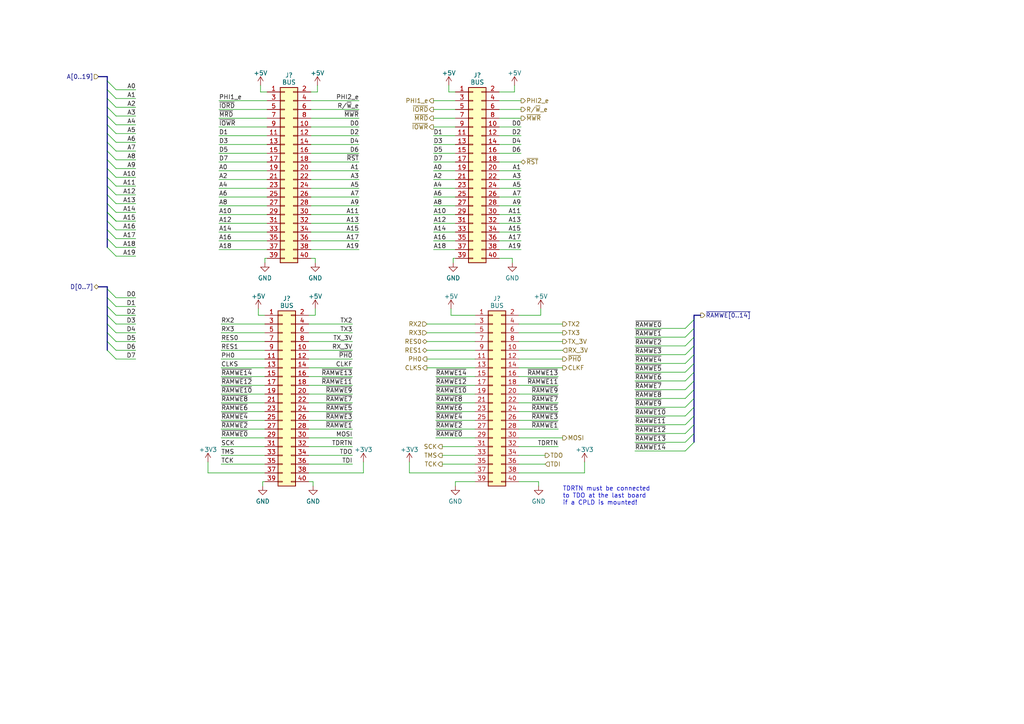
<source format=kicad_sch>
(kicad_sch (version 20230121) (generator eeschema)
  (paper "A4")
  (title_block (title "Unicomp v2 - RAMROM Board") (date "2023-07-06") (rev "v1") (company "100% Offner") (comment 1 "v1: Initial"))
  (lib_symbols
    (symbol "Connector_Generic:Conn_02x20_Odd_Even" (pin_names (offset 1.016) hide)
      (property "Reference" "J" (at 1.27 25.4 0))
      (property "Value" "Conn_02x20_Odd_Even" (at 1.27 -27.94 0))
      (symbol "Conn_02x20_Odd_Even_1_1"
        (rectangle (start -1.27 -25.273) (end 0 -25.527) (stroke (width 0.1524)))
        (rectangle (start -1.27 -22.733) (end 0 -22.987) (stroke (width 0.1524)))
        (rectangle (start -1.27 -20.193) (end 0 -20.447) (stroke (width 0.1524)))
        (rectangle (start -1.27 -17.653) (end 0 -17.907) (stroke (width 0.1524)))
        (rectangle (start -1.27 -15.113) (end 0 -15.367) (stroke (width 0.1524)))
        (rectangle (start -1.27 -12.573) (end 0 -12.827) (stroke (width 0.1524)))
        (rectangle (start -1.27 -10.033) (end 0 -10.287) (stroke (width 0.1524)))
        (rectangle (start -1.27 -7.493) (end 0 -7.747) (stroke (width 0.1524)))
        (rectangle (start -1.27 -4.953) (end 0 -5.207) (stroke (width 0.1524)))
        (rectangle (start -1.27 -2.413) (end 0 -2.667) (stroke (width 0.1524)))
        (rectangle (start -1.27 0.127) (end 0 -0.127) (stroke (width 0.1524)))
        (rectangle (start -1.27 2.667) (end 0 2.413) (stroke (width 0.1524)))
        (rectangle (start -1.27 5.207) (end 0 4.953) (stroke (width 0.1524)))
        (rectangle (start -1.27 7.747) (end 0 7.493) (stroke (width 0.1524)))
        (rectangle (start -1.27 10.287) (end 0 10.033) (stroke (width 0.1524)))
        (rectangle (start -1.27 12.827) (end 0 12.573) (stroke (width 0.1524)))
        (rectangle (start -1.27 15.367) (end 0 15.113) (stroke (width 0.1524)))
        (rectangle (start -1.27 17.907) (end 0 17.653) (stroke (width 0.1524)))
        (rectangle (start -1.27 20.447) (end 0 20.193) (stroke (width 0.1524)))
        (rectangle (start -1.27 22.987) (end 0 22.733) (stroke (width 0.1524)))
        (rectangle (start -1.27 24.13) (end 3.81 -26.67) (stroke (width 0.254)) (fill (type background)))
        (rectangle (start 3.81 -25.273) (end 2.54 -25.527) (stroke (width 0.1524)))
        (rectangle (start 3.81 -22.733) (end 2.54 -22.987) (stroke (width 0.1524)))
        (rectangle (start 3.81 -20.193) (end 2.54 -20.447) (stroke (width 0.1524)))
        (rectangle (start 3.81 -17.653) (end 2.54 -17.907) (stroke (width 0.1524)))
        (rectangle (start 3.81 -15.113) (end 2.54 -15.367) (stroke (width 0.1524)))
        (rectangle (start 3.81 -12.573) (end 2.54 -12.827) (stroke (width 0.1524)))
        (rectangle (start 3.81 -10.033) (end 2.54 -10.287) (stroke (width 0.1524)))
        (rectangle (start 3.81 -7.493) (end 2.54 -7.747) (stroke (width 0.1524)))
        (rectangle (start 3.81 -4.953) (end 2.54 -5.207) (stroke (width 0.1524)))
        (rectangle (start 3.81 -2.413) (end 2.54 -2.667) (stroke (width 0.1524)))
        (rectangle (start 3.81 0.127) (end 2.54 -0.127) (stroke (width 0.1524)))
        (rectangle (start 3.81 2.667) (end 2.54 2.413) (stroke (width 0.1524)))
        (rectangle (start 3.81 5.207) (end 2.54 4.953) (stroke (width 0.1524)))
        (rectangle (start 3.81 7.747) (end 2.54 7.493) (stroke (width 0.1524)))
        (rectangle (start 3.81 10.287) (end 2.54 10.033) (stroke (width 0.1524)))
        (rectangle (start 3.81 12.827) (end 2.54 12.573) (stroke (width 0.1524)))
        (rectangle (start 3.81 15.367) (end 2.54 15.113) (stroke (width 0.1524)))
        (rectangle (start 3.81 17.907) (end 2.54 17.653) (stroke (width 0.1524)))
        (rectangle (start 3.81 20.447) (end 2.54 20.193) (stroke (width 0.1524)))
        (rectangle (start 3.81 22.987) (end 2.54 22.733) (stroke (width 0.1524)))
        (pin passive line (at -5.08 22.86 0) (length 3.81) (name "Pin_1") (number "1"))
        (pin passive line (at 7.62 12.7 180) (length 3.81) (name "Pin_10") (number "10"))
        (pin passive line (at -5.08 10.16 0) (length 3.81) (name "Pin_11") (number "11"))
        (pin passive line (at 7.62 10.16 180) (length 3.81) (name "Pin_12") (number "12"))
        (pin passive line (at -5.08 7.62 0) (length 3.81) (name "Pin_13") (number "13"))
        (pin passive line (at 7.62 7.62 180) (length 3.81) (name "Pin_14") (number "14"))
        (pin passive line (at -5.08 5.08 0) (length 3.81) (name "Pin_15") (number "15"))
        (pin passive line (at 7.62 5.08 180) (length 3.81) (name "Pin_16") (number "16"))
        (pin passive line (at -5.08 2.54 0) (length 3.81) (name "Pin_17") (number "17"))
        (pin passive line (at 7.62 2.54 180) (length 3.81) (name "Pin_18") (number "18"))
        (pin passive line (at -5.08 0 0) (length 3.81) (name "Pin_19") (number "19"))
        (pin passive line (at 7.62 22.86 180) (length 3.81) (name "Pin_2") (number "2"))
        (pin passive line (at 7.62 0 180) (length 3.81) (name "Pin_20") (number "20"))
        (pin passive line (at -5.08 -2.54 0) (length 3.81) (name "Pin_21") (number "21"))
        (pin passive line (at 7.62 -2.54 180) (length 3.81) (name "Pin_22") (number "22"))
        (pin passive line (at -5.08 -5.08 0) (length 3.81) (name "Pin_23") (number "23"))
        (pin passive line (at 7.62 -5.08 180) (length 3.81) (name "Pin_24") (number "24"))
        (pin passive line (at -5.08 -7.62 0) (length 3.81) (name "Pin_25") (number "25"))
        (pin passive line (at 7.62 -7.62 180) (length 3.81) (name "Pin_26") (number "26"))
        (pin passive line (at -5.08 -10.16 0) (length 3.81) (name "Pin_27") (number "27"))
        (pin passive line (at 7.62 -10.16 180) (length 3.81) (name "Pin_28") (number "28"))
        (pin passive line (at -5.08 -12.7 0) (length 3.81) (name "Pin_29") (number "29"))
        (pin passive line (at -5.08 20.32 0) (length 3.81) (name "Pin_3") (number "3"))
        (pin passive line (at 7.62 -12.7 180) (length 3.81) (name "Pin_30") (number "30"))
        (pin passive line (at -5.08 -15.24 0) (length 3.81) (name "Pin_31") (number "31"))
        (pin passive line (at 7.62 -15.24 180) (length 3.81) (name "Pin_32") (number "32"))
        (pin passive line (at -5.08 -17.78 0) (length 3.81) (name "Pin_33") (number "33"))
        (pin passive line (at 7.62 -17.78 180) (length 3.81) (name "Pin_34") (number "34"))
        (pin passive line (at -5.08 -20.32 0) (length 3.81) (name "Pin_35") (number "35"))
        (pin passive line (at 7.62 -20.32 180) (length 3.81) (name "Pin_36") (number "36"))
        (pin passive line (at -5.08 -22.86 0) (length 3.81) (name "Pin_37") (number "37"))
        (pin passive line (at 7.62 -22.86 180) (length 3.81) (name "Pin_38") (number "38"))
        (pin passive line (at -5.08 -25.4 0) (length 3.81) (name "Pin_39") (number "39"))
        (pin passive line (at 7.62 20.32 180) (length 3.81) (name "Pin_4") (number "4"))
        (pin passive line (at 7.62 -25.4 180) (length 3.81) (name "Pin_40") (number "40"))
        (pin passive line (at -5.08 17.78 0) (length 3.81) (name "Pin_5") (number "5"))
        (pin passive line (at 7.62 17.78 180) (length 3.81) (name "Pin_6") (number "6"))
        (pin passive line (at -5.08 15.24 0) (length 3.81) (name "Pin_7") (number "7"))
        (pin passive line (at 7.62 15.24 180) (length 3.81) (name "Pin_8") (number "8"))
        (pin passive line (at -5.08 12.7 0) (length 3.81) (name "Pin_9") (number "9"))
      )
    )
    (symbol "power:+3V3" (power) (pin_names (offset 0))
      (property "Value" "+3V3" (at 0 3.556 0))
      (symbol "+3V3_0_1"
        (polyline (pts (xy -0.762 1.27) (xy 0 2.54)))
        (polyline (pts (xy 0 0) (xy 0 2.54)))
        (polyline (pts (xy 0 2.54) (xy 0.762 1.27)))
      )
      (symbol "+3V3_1_1"
        (pin power_in line (at 0 0 90) (length 0) hide (name "+3V3") (number "1"))
      )
    )
    (symbol "power:+5V" (power) (pin_names (offset 0))
      (property "Value" "+5V" (at 0 3.556 0))
      (symbol "+5V_0_1"
        (polyline (pts (xy -0.762 1.27) (xy 0 2.54)))
        (polyline (pts (xy 0 0) (xy 0 2.54)))
        (polyline (pts (xy 0 2.54) (xy 0.762 1.27)))
      )
      (symbol "+5V_1_1"
        (pin power_in line (at 0 0 90) (length 0) hide (name "+5V") (number "1"))
      )
    )
    (symbol "power:GND" (power) (pin_names (offset 0))
      (property "Value" "GND" (at 0 -3.81 0))
      (symbol "GND_0_1"
        (polyline (pts (xy 0 0) (xy 0 -1.27) (xy 1.27 -1.27) (xy 0 -2.54) (xy -1.27 -1.27) (xy 0 -1.27)))
      )
      (symbol "GND_1_1"
        (pin power_in line (at 0 0 270) (length 0) hide (name "GND") (number "1"))
      )
    )
  )
  (bus_entry (at 201.295 105.41) (size -2.54 2.54))
  (bus_entry (at 201.295 128.27) (size -2.54 2.54))
  (bus_entry (at 201.295 102.87) (size -2.54 2.54))
  (bus_entry (at 31.115 56.515) (size 2.54 2.54))
  (bus_entry (at 31.115 48.895) (size 2.54 2.54))
  (bus_entry (at 31.115 33.655) (size 2.54 2.54))
  (bus_entry (at 31.115 61.595) (size 2.54 2.54))
  (bus_entry (at 31.115 71.755) (size 2.54 2.54))
  (bus_entry (at 201.295 110.49) (size -2.54 2.54))
  (bus_entry (at 31.115 91.44) (size 2.54 2.54))
  (bus_entry (at 31.115 83.82) (size 2.54 2.54))
  (bus_entry (at 31.115 99.06) (size 2.54 2.54))
  (bus_entry (at 201.295 125.73) (size -2.54 2.54))
  (bus_entry (at 201.295 113.03) (size -2.54 2.54))
  (bus_entry (at 31.115 36.195) (size 2.54 2.54))
  (bus_entry (at 31.115 23.495) (size 2.54 2.54))
  (bus_entry (at 201.295 120.65) (size -2.54 2.54))
  (bus_entry (at 31.115 66.675) (size 2.54 2.54))
  (bus_entry (at 31.115 53.975) (size 2.54 2.54))
  (bus_entry (at 31.115 43.815) (size 2.54 2.54))
  (bus_entry (at 201.295 107.95) (size -2.54 2.54))
  (bus_entry (at 31.115 86.36) (size 2.54 2.54))
  (bus_entry (at 31.115 41.275) (size 2.54 2.54))
  (bus_entry (at 31.115 46.355) (size 2.54 2.54))
  (bus_entry (at 31.115 38.735) (size 2.54 2.54))
  (bus_entry (at 201.295 118.11) (size -2.54 2.54))
  (bus_entry (at 31.115 31.115) (size 2.54 2.54))
  (bus_entry (at 31.115 28.575) (size 2.54 2.54))
  (bus_entry (at 201.295 123.19) (size -2.54 2.54))
  (bus_entry (at 201.295 100.33) (size -2.54 2.54))
  (bus_entry (at 31.115 96.52) (size 2.54 2.54))
  (bus_entry (at 201.295 115.57) (size -2.54 2.54))
  (bus_entry (at 31.115 26.035) (size 2.54 2.54))
  (bus_entry (at 31.115 88.9) (size 2.54 2.54))
  (bus_entry (at 31.115 51.435) (size 2.54 2.54))
  (bus_entry (at 201.295 97.79) (size -2.54 2.54))
  (bus_entry (at 201.295 95.25) (size -2.54 2.54))
  (bus_entry (at 31.115 61.595) (size 2.54 2.54))
  (bus_entry (at 31.115 69.215) (size 2.54 2.54))
  (bus_entry (at 31.115 59.055) (size 2.54 2.54))
  (bus_entry (at 201.295 92.71) (size -2.54 2.54))
  (bus_entry (at 31.115 93.98) (size 2.54 2.54))
  (bus_entry (at 31.115 64.135) (size 2.54 2.54))
  (bus_entry (at 31.115 101.6) (size 2.54 2.54))
  (wire (pts (xy 39.37 91.44) (xy 33.655 91.44)))
  (wire (pts (xy 125.73 41.91) (xy 132.08 41.91)))
  (bus (pts (xy 31.115 91.44) (xy 31.115 88.9)))
  (bus (pts (xy 31.115 31.115) (xy 31.115 28.575)))
  (wire (pts (xy 91.44 74.93) (xy 90.17 74.93)))
  (wire (pts (xy 184.15 105.41) (xy 198.755 105.41)))
  (bus (pts (xy 201.295 102.87) (xy 201.295 105.41)))
  (wire (pts (xy 150.495 116.84) (xy 161.925 116.84)))
  (wire (pts (xy 125.73 44.45) (xy 132.08 44.45)))
  (wire (pts (xy 63.5 29.21) (xy 77.47 29.21)))
  (wire (pts (xy 144.78 57.15) (xy 151.13 57.15)))
  (wire (pts (xy 91.44 89.535) (xy 91.44 91.44)))
  (wire (pts (xy 156.21 139.7) (xy 150.495 139.7)))
  (wire (pts (xy 39.37 104.14) (xy 33.655 104.14)))
  (wire (pts (xy 89.535 99.06) (xy 102.235 99.06)))
  (wire (pts (xy 169.545 133.985) (xy 169.545 137.16)))
  (wire (pts (xy 125.73 39.37) (xy 132.08 39.37)))
  (wire (pts (xy 63.5 64.77) (xy 77.47 64.77)))
  (wire (pts (xy 130.81 89.535) (xy 130.81 91.44)))
  (wire (pts (xy 64.135 134.62) (xy 76.835 134.62)))
  (wire (pts (xy 144.78 64.77) (xy 151.13 64.77)))
  (wire (pts (xy 144.78 69.85) (xy 151.13 69.85)))
  (wire (pts (xy 64.135 121.92) (xy 76.835 121.92)))
  (wire (pts (xy 150.495 129.54) (xy 161.925 129.54)))
  (wire (pts (xy 131.445 74.93) (xy 132.08 74.93)))
  (wire (pts (xy 126.365 111.76) (xy 137.795 111.76)))
  (wire (pts (xy 90.17 64.77) (xy 104.14 64.77)))
  (wire (pts (xy 149.225 26.67) (xy 144.78 26.67)))
  (wire (pts (xy 39.37 69.215) (xy 33.655 69.215)))
  (wire (pts (xy 91.44 76.2) (xy 91.44 74.93)))
  (wire (pts (xy 150.495 99.06) (xy 163.195 99.06)))
  (wire (pts (xy 90.17 59.69) (xy 104.14 59.69)))
  (wire (pts (xy 126.365 127) (xy 137.795 127)))
  (wire (pts (xy 184.15 97.79) (xy 198.755 97.79)))
  (wire (pts (xy 130.81 91.44) (xy 137.795 91.44)))
  (bus (pts (xy 201.295 91.44) (xy 201.295 92.71)))
  (wire (pts (xy 63.5 36.83) (xy 77.47 36.83)))
  (wire (pts (xy 63.5 39.37) (xy 77.47 39.37)))
  (wire (pts (xy 184.15 102.87) (xy 198.755 102.87)))
  (wire (pts (xy 89.535 116.84) (xy 102.235 116.84)))
  (wire (pts (xy 156.845 89.535) (xy 156.845 91.44)))
  (wire (pts (xy 125.73 69.85) (xy 132.08 69.85)))
  (wire (pts (xy 60.325 137.16) (xy 76.835 137.16)))
  (bus (pts (xy 201.295 95.25) (xy 201.295 97.79)))
  (wire (pts (xy 148.59 76.2) (xy 148.59 74.93)))
  (wire (pts (xy 150.495 127) (xy 163.195 127)))
  (bus (pts (xy 31.115 99.06) (xy 31.115 96.52)))
  (bus (pts (xy 31.115 88.9) (xy 31.115 86.36)))
  (wire (pts (xy 125.73 46.99) (xy 132.08 46.99)))
  (wire (pts (xy 75.565 24.765) (xy 75.565 26.67)))
  (wire (pts (xy 125.73 31.75) (xy 132.08 31.75)))
  (wire (pts (xy 39.37 36.195) (xy 33.655 36.195)))
  (wire (pts (xy 39.37 56.515) (xy 33.655 56.515)))
  (wire (pts (xy 74.93 91.44) (xy 76.835 91.44)))
  (bus (pts (xy 31.115 64.135) (xy 31.115 61.595)))
  (wire (pts (xy 39.37 61.595) (xy 33.655 61.595)))
  (wire (pts (xy 64.135 99.06) (xy 76.835 99.06)))
  (wire (pts (xy 149.225 24.765) (xy 149.225 26.67)))
  (wire (pts (xy 125.73 57.15) (xy 132.08 57.15)))
  (wire (pts (xy 39.37 51.435) (xy 33.655 51.435)))
  (wire (pts (xy 90.17 36.83) (xy 104.14 36.83)))
  (bus (pts (xy 201.295 123.19) (xy 201.295 125.73)))
  (wire (pts (xy 76.835 74.93) (xy 77.47 74.93)))
  (wire (pts (xy 39.37 48.895) (xy 33.655 48.895)))
  (bus (pts (xy 31.115 43.815) (xy 31.115 41.275)))
  (wire (pts (xy 92.075 24.765) (xy 92.075 26.67)))
  (wire (pts (xy 90.17 31.75) (xy 104.14 31.75)))
  (wire (pts (xy 64.135 124.46) (xy 76.835 124.46)))
  (bus (pts (xy 31.115 86.36) (xy 31.115 83.82)))
  (wire (pts (xy 64.135 106.68) (xy 76.835 106.68)))
  (wire (pts (xy 39.37 88.9) (xy 33.655 88.9)))
  (wire (pts (xy 64.135 101.6) (xy 76.835 101.6)))
  (wire (pts (xy 64.135 114.3) (xy 76.835 114.3)))
  (bus (pts (xy 31.115 69.215) (xy 31.115 66.675)))
  (wire (pts (xy 39.37 46.355) (xy 33.655 46.355)))
  (wire (pts (xy 125.73 59.69) (xy 132.08 59.69)))
  (wire (pts (xy 39.37 96.52) (xy 33.655 96.52)))
  (wire (pts (xy 64.135 129.54) (xy 76.835 129.54)))
  (wire (pts (xy 39.37 38.735) (xy 33.655 38.735)))
  (wire (pts (xy 125.73 36.83) (xy 132.08 36.83)))
  (wire (pts (xy 125.73 52.07) (xy 132.08 52.07)))
  (wire (pts (xy 39.37 33.655) (xy 33.655 33.655)))
  (wire (pts (xy 63.5 31.75) (xy 77.47 31.75)))
  (wire (pts (xy 126.365 116.84) (xy 137.795 116.84)))
  (wire (pts (xy 150.495 124.46) (xy 161.925 124.46)))
  (wire (pts (xy 184.15 123.19) (xy 198.755 123.19)))
  (wire (pts (xy 130.175 26.67) (xy 132.08 26.67)))
  (wire (pts (xy 150.495 101.6) (xy 163.195 101.6)))
  (bus (pts (xy 201.295 107.95) (xy 201.295 110.49)))
  (wire (pts (xy 184.15 107.95) (xy 198.755 107.95)))
  (bus (pts (xy 31.115 38.735) (xy 31.115 36.195)))
  (wire (pts (xy 63.5 52.07) (xy 77.47 52.07)))
  (wire (pts (xy 89.535 134.62) (xy 102.235 134.62)))
  (bus (pts (xy 31.115 93.98) (xy 31.115 91.44)))
  (wire (pts (xy 39.37 43.815) (xy 33.655 43.815)))
  (wire (pts (xy 156.845 91.44) (xy 150.495 91.44)))
  (wire (pts (xy 126.365 114.3) (xy 137.795 114.3)))
  (wire (pts (xy 123.825 106.68) (xy 137.795 106.68)))
  (wire (pts (xy 76.835 76.2) (xy 76.835 74.93)))
  (wire (pts (xy 63.5 72.39) (xy 77.47 72.39)))
  (wire (pts (xy 150.495 109.22) (xy 161.925 109.22)))
  (wire (pts (xy 90.17 69.85) (xy 104.14 69.85)))
  (wire (pts (xy 184.15 100.33) (xy 198.755 100.33)))
  (wire (pts (xy 63.5 62.23) (xy 77.47 62.23)))
  (wire (pts (xy 126.365 119.38) (xy 137.795 119.38)))
  (wire (pts (xy 63.5 59.69) (xy 77.47 59.69)))
  (wire (pts (xy 128.27 132.08) (xy 137.795 132.08)))
  (wire (pts (xy 90.17 57.15) (xy 104.14 57.15)))
  (wire (pts (xy 91.44 91.44) (xy 89.535 91.44)))
  (wire (pts (xy 125.73 62.23) (xy 132.08 62.23)))
  (bus (pts (xy 31.115 51.435) (xy 31.115 48.895)))
  (bus (pts (xy 31.115 53.975) (xy 31.115 51.435)))
  (wire (pts (xy 39.37 64.135) (xy 33.655 64.135)))
  (bus (pts (xy 203.2 91.44) (xy 201.295 91.44)))
  (wire (pts (xy 184.15 95.25) (xy 198.755 95.25)))
  (wire (pts (xy 144.78 62.23) (xy 151.13 62.23)))
  (wire (pts (xy 125.73 34.29) (xy 132.08 34.29)))
  (bus (pts (xy 31.115 71.755) (xy 31.115 69.215)))
  (wire (pts (xy 144.78 67.31) (xy 151.13 67.31)))
  (wire (pts (xy 150.495 132.08) (xy 158.115 132.08)))
  (wire (pts (xy 118.745 137.16) (xy 137.795 137.16)))
  (wire (pts (xy 150.495 96.52) (xy 163.195 96.52)))
  (wire (pts (xy 63.5 54.61) (xy 77.47 54.61)))
  (bus (pts (xy 31.115 48.895) (xy 31.115 46.355)))
  (wire (pts (xy 76.2 140.97) (xy 76.2 139.7)))
  (wire (pts (xy 156.21 140.97) (xy 156.21 139.7)))
  (wire (pts (xy 39.37 99.06) (xy 33.655 99.06)))
  (wire (pts (xy 90.805 140.97) (xy 90.805 139.7)))
  (bus (pts (xy 31.115 28.575) (xy 31.115 26.035)))
  (wire (pts (xy 125.73 67.31) (xy 132.08 67.31)))
  (wire (pts (xy 144.78 49.53) (xy 151.13 49.53)))
  (wire (pts (xy 39.37 86.36) (xy 33.655 86.36)))
  (bus (pts (xy 31.115 83.185) (xy 28.575 83.185)))
  (wire (pts (xy 126.365 121.92) (xy 137.795 121.92)))
  (wire (pts (xy 63.5 34.29) (xy 77.47 34.29)))
  (wire (pts (xy 144.78 34.29) (xy 151.13 34.29)))
  (wire (pts (xy 128.27 134.62) (xy 137.795 134.62)))
  (wire (pts (xy 184.15 118.11) (xy 198.755 118.11)))
  (wire (pts (xy 63.5 46.99) (xy 77.47 46.99)))
  (wire (pts (xy 89.535 106.68) (xy 102.235 106.68)))
  (wire (pts (xy 144.78 29.21) (xy 151.13 29.21)))
  (wire (pts (xy 75.565 26.67) (xy 77.47 26.67)))
  (wire (pts (xy 89.535 114.3) (xy 102.235 114.3)))
  (wire (pts (xy 184.15 125.73) (xy 198.755 125.73)))
  (wire (pts (xy 131.445 76.2) (xy 131.445 74.93)))
  (wire (pts (xy 125.73 72.39) (xy 132.08 72.39)))
  (wire (pts (xy 74.93 89.535) (xy 74.93 91.44)))
  (wire (pts (xy 64.135 109.22) (xy 76.835 109.22)))
  (wire (pts (xy 39.37 74.295) (xy 33.655 74.295)))
  (wire (pts (xy 89.535 104.14) (xy 102.235 104.14)))
  (wire (pts (xy 184.15 128.27) (xy 198.755 128.27)))
  (wire (pts (xy 90.17 44.45) (xy 104.14 44.45)))
  (bus (pts (xy 201.295 118.11) (xy 201.295 120.65)))
  (wire (pts (xy 64.135 111.76) (xy 76.835 111.76)))
  (wire (pts (xy 144.78 54.61) (xy 151.13 54.61)))
  (bus (pts (xy 201.295 110.49) (xy 201.295 113.03)))
  (wire (pts (xy 123.825 101.6) (xy 137.795 101.6)))
  (bus (pts (xy 31.115 56.515) (xy 31.115 53.975)))
  (bus (pts (xy 201.295 100.33) (xy 201.295 102.87)))
  (wire (pts (xy 150.495 93.98) (xy 163.195 93.98)))
  (wire (pts (xy 63.5 69.85) (xy 77.47 69.85)))
  (wire (pts (xy 64.135 93.98) (xy 76.835 93.98)))
  (wire (pts (xy 39.37 31.115) (xy 33.655 31.115)))
  (wire (pts (xy 184.15 130.81) (xy 198.755 130.81)))
  (wire (pts (xy 90.17 62.23) (xy 104.14 62.23)))
  (wire (pts (xy 123.825 96.52) (xy 137.795 96.52)))
  (wire (pts (xy 126.365 124.46) (xy 137.795 124.46)))
  (wire (pts (xy 90.17 49.53) (xy 104.14 49.53)))
  (bus (pts (xy 31.115 46.355) (xy 31.115 43.815)))
  (wire (pts (xy 64.135 96.52) (xy 76.835 96.52)))
  (wire (pts (xy 123.825 104.14) (xy 137.795 104.14)))
  (wire (pts (xy 89.535 127) (xy 102.235 127)))
  (wire (pts (xy 92.075 26.67) (xy 90.17 26.67)))
  (wire (pts (xy 76.2 139.7) (xy 76.835 139.7)))
  (wire (pts (xy 123.825 99.06) (xy 137.795 99.06)))
  (wire (pts (xy 144.78 44.45) (xy 151.13 44.45)))
  (wire (pts (xy 144.78 59.69) (xy 151.13 59.69)))
  (wire (pts (xy 125.73 54.61) (xy 132.08 54.61)))
  (wire (pts (xy 128.27 129.54) (xy 137.795 129.54)))
  (wire (pts (xy 63.5 67.31) (xy 77.47 67.31)))
  (wire (pts (xy 184.15 113.03) (xy 198.755 113.03)))
  (wire (pts (xy 89.535 119.38) (xy 102.235 119.38)))
  (wire (pts (xy 63.5 41.91) (xy 77.47 41.91)))
  (wire (pts (xy 39.37 59.055) (xy 33.655 59.055)))
  (wire (pts (xy 63.5 44.45) (xy 77.47 44.45)))
  (wire (pts (xy 60.325 133.985) (xy 60.325 137.16)))
  (wire (pts (xy 150.495 119.38) (xy 161.925 119.38)))
  (wire (pts (xy 64.135 116.84) (xy 76.835 116.84)))
  (wire (pts (xy 89.535 129.54) (xy 102.235 129.54)))
  (wire (pts (xy 39.37 93.98) (xy 33.655 93.98)))
  (wire (pts (xy 64.135 127) (xy 76.835 127)))
  (wire (pts (xy 39.37 101.6) (xy 33.655 101.6)))
  (wire (pts (xy 64.135 119.38) (xy 76.835 119.38)))
  (wire (pts (xy 144.78 31.75) (xy 151.13 31.75)))
  (bus (pts (xy 201.295 113.03) (xy 201.295 115.57)))
  (bus (pts (xy 31.115 36.195) (xy 31.115 33.655)))
  (wire (pts (xy 150.495 111.76) (xy 161.925 111.76)))
  (wire (pts (xy 90.17 41.91) (xy 104.14 41.91)))
  (wire (pts (xy 150.495 137.16) (xy 169.545 137.16)))
  (wire (pts (xy 63.5 57.15) (xy 77.47 57.15)))
  (wire (pts (xy 148.59 74.93) (xy 144.78 74.93)))
  (wire (pts (xy 90.17 39.37) (xy 104.14 39.37)))
  (wire (pts (xy 118.745 133.985) (xy 118.745 137.16)))
  (wire (pts (xy 90.17 34.29) (xy 104.14 34.29)))
  (wire (pts (xy 39.37 41.275) (xy 33.655 41.275)))
  (wire (pts (xy 132.08 139.7) (xy 137.795 139.7)))
  (wire (pts (xy 125.73 64.77) (xy 132.08 64.77)))
  (wire (pts (xy 39.37 28.575) (xy 33.655 28.575)))
  (wire (pts (xy 89.535 93.98) (xy 102.235 93.98)))
  (wire (pts (xy 144.78 41.91) (xy 151.13 41.91)))
  (wire (pts (xy 144.78 46.99) (xy 151.13 46.99)))
  (bus (pts (xy 201.295 92.71) (xy 201.295 95.25)))
  (bus (pts (xy 31.115 59.055) (xy 31.115 56.515)))
  (wire (pts (xy 89.535 101.6) (xy 102.235 101.6)))
  (wire (pts (xy 89.535 124.46) (xy 102.235 124.46)))
  (bus (pts (xy 31.115 41.275) (xy 31.115 38.735)))
  (wire (pts (xy 89.535 109.22) (xy 102.235 109.22)))
  (wire (pts (xy 150.495 104.14) (xy 163.195 104.14)))
  (wire (pts (xy 125.73 29.21) (xy 132.08 29.21)))
  (wire (pts (xy 184.15 110.49) (xy 198.755 110.49)))
  (bus (pts (xy 31.115 26.035) (xy 31.115 23.495)))
  (wire (pts (xy 184.15 120.65) (xy 198.755 120.65)))
  (wire (pts (xy 64.135 132.08) (xy 76.835 132.08)))
  (bus (pts (xy 31.115 61.595) (xy 31.115 59.055)))
  (bus (pts (xy 201.295 125.73) (xy 201.295 128.27)))
  (wire (pts (xy 39.37 71.755) (xy 33.655 71.755)))
  (wire (pts (xy 89.535 111.76) (xy 102.235 111.76)))
  (wire (pts (xy 39.37 66.675) (xy 33.655 66.675)))
  (bus (pts (xy 31.115 23.495) (xy 31.115 22.225)))
  (wire (pts (xy 130.175 24.765) (xy 130.175 26.67)))
  (wire (pts (xy 89.535 121.92) (xy 102.235 121.92)))
  (wire (pts (xy 89.535 137.16) (xy 105.41 137.16)))
  (bus (pts (xy 31.115 96.52) (xy 31.115 93.98)))
  (wire (pts (xy 90.17 67.31) (xy 104.14 67.31)))
  (wire (pts (xy 63.5 49.53) (xy 77.47 49.53)))
  (wire (pts (xy 90.17 29.21) (xy 104.14 29.21)))
  (bus (pts (xy 201.295 115.57) (xy 201.295 118.11)))
  (wire (pts (xy 90.17 52.07) (xy 104.14 52.07)))
  (wire (pts (xy 90.17 54.61) (xy 104.14 54.61)))
  (wire (pts (xy 125.73 49.53) (xy 132.08 49.53)))
  (wire (pts (xy 39.37 26.035) (xy 33.655 26.035)))
  (bus (pts (xy 31.115 83.82) (xy 31.115 83.185)))
  (wire (pts (xy 144.78 72.39) (xy 151.13 72.39)))
  (bus (pts (xy 31.115 101.6) (xy 31.115 99.06)))
  (wire (pts (xy 90.17 72.39) (xy 104.14 72.39)))
  (wire (pts (xy 150.495 121.92) (xy 161.925 121.92)))
  (wire (pts (xy 150.495 134.62) (xy 158.115 134.62)))
  (wire (pts (xy 150.495 114.3) (xy 161.925 114.3)))
  (bus (pts (xy 31.115 66.675) (xy 31.115 64.135)))
  (wire (pts (xy 144.78 39.37) (xy 151.13 39.37)))
  (wire (pts (xy 144.78 52.07) (xy 151.13 52.07)))
  (wire (pts (xy 89.535 132.08) (xy 102.235 132.08)))
  (wire (pts (xy 126.365 109.22) (xy 137.795 109.22)))
  (wire (pts (xy 105.41 133.985) (xy 105.41 137.16)))
  (wire (pts (xy 90.805 139.7) (xy 89.535 139.7)))
  (wire (pts (xy 184.15 115.57) (xy 198.755 115.57)))
  (wire (pts (xy 150.495 106.68) (xy 163.195 106.68)))
  (wire (pts (xy 90.17 46.99) (xy 104.14 46.99)))
  (bus (pts (xy 31.115 22.225) (xy 28.575 22.225)))
  (wire (pts (xy 144.78 36.83) (xy 151.13 36.83)))
  (bus (pts (xy 201.295 120.65) (xy 201.295 123.19)))
  (wire (pts (xy 132.08 140.97) (xy 132.08 139.7)))
  (wire (pts (xy 89.535 96.52) (xy 102.235 96.52)))
  (bus (pts (xy 201.295 97.79) (xy 201.295 100.33)))
  (wire (pts (xy 39.37 53.975) (xy 33.655 53.975)))
  (bus (pts (xy 201.295 105.41) (xy 201.295 107.95)))
  (wire (pts (xy 123.825 93.98) (xy 137.795 93.98)))
  (bus (pts (xy 31.115 33.655) (xy 31.115 31.115)))
  (wire (pts (xy 64.135 104.14) (xy 76.835 104.14)))
  (text "TDRTN must be connected \nto TDO at the last board\nif a CPLD is mounted!" (at 163.195 146.685 0) (effects (font (size 1.27 1.27)) (justify left bottom)))
  (label "D7" (at 63.5 46.99 0))
  (label "~{RAMWE8}" (at 64.135 116.84 0))
  (label "~{RAMWE1}" (at 102.235 124.46 180))
  (label "~{RAMWE14}" (at 184.15 130.81 0))
  (label "TDI" (at 102.235 134.62 180))
  (label "~{RAMWE7}" (at 184.15 113.03 0))
  (label "A19" (at 151.13 72.39 180))
  (label "~{RAMWE13}" (at 184.15 128.27 0))
  (label "~{RAMWE6}" (at 64.135 119.38 0))
  (label "A15" (at 151.13 67.31 180))
  (label "A0" (at 39.37 26.035 180))
  (label "RES0" (at 64.135 99.06 0))
  (label "A17" (at 39.37 69.215 180))
  (label "A17" (at 104.14 69.85 180))
  (label "A0" (at 63.5 49.53 0))
  (label "~{RAMWE5}" (at 161.925 119.38 180))
  (label "~{RAMWE14}" (at 64.135 109.22 0))
  (label "~{RAMWE1}" (at 161.925 124.46 180))
  (label "A6" (at 63.5 57.15 0))
  (label "~{RAMWE14}" (at 126.365 109.22 0))
  (label "A18" (at 63.5 72.39 0))
  (label "A7" (at 151.13 57.15 180))
  (label "A17" (at 151.13 69.85 180))
  (label "D7" (at 125.73 46.99 0))
  (label "TCK" (at 64.135 134.62 0))
  (label "~{RAMWE8}" (at 126.365 116.84 0))
  (label "A11" (at 151.13 62.23 180))
  (label "D6" (at 151.13 44.45 180))
  (label "~{RAMWE13}" (at 102.235 109.22 180))
  (label "D2" (at 39.37 91.44 180))
  (label "D7" (at 39.37 104.14 180))
  (label "A13" (at 104.14 64.77 180))
  (label "A0" (at 125.73 49.53 0))
  (label "A16" (at 63.5 69.85 0))
  (label "A5" (at 39.37 38.735 180))
  (label "A15" (at 39.37 64.135 180))
  (label "A9" (at 39.37 48.895 180))
  (label "~{RAMWE4}" (at 64.135 121.92 0))
  (label "A4" (at 125.73 54.61 0))
  (label "~{RAMWE11}" (at 184.15 123.19 0))
  (label "~{RAMWE13}" (at 161.925 109.22 180))
  (label "A5" (at 104.14 54.61 180))
  (label "A12" (at 63.5 64.77 0))
  (label "D2" (at 104.14 39.37 180))
  (label "A8" (at 63.5 59.69 0))
  (label "~{RAMWE5}" (at 102.235 119.38 180))
  (label "RX_3V" (at 102.235 101.6 180))
  (label "D5" (at 39.37 99.06 180))
  (label "A11" (at 39.37 53.975 180))
  (label "CLKF" (at 102.235 106.68 180))
  (label "A2" (at 63.5 52.07 0))
  (label "~{RAMWE3}" (at 184.15 102.87 0))
  (label "~{RAMWE6}" (at 126.365 119.38 0))
  (label "~{RAMWE6}" (at 184.15 110.49 0))
  (label "A5" (at 151.13 54.61 180))
  (label "A11" (at 104.14 62.23 180))
  (label "~{RAMWE0}" (at 126.365 127 0))
  (label "A7" (at 104.14 57.15 180))
  (label "A10" (at 39.37 51.435 180))
  (label "A16" (at 125.73 69.85 0))
  (label "A9" (at 151.13 59.69 180))
  (label "~{RAMWE12}" (at 126.365 111.76 0))
  (label "~{RAMWE0}" (at 64.135 127 0))
  (label "~{IORD}" (at 63.5 31.75 0))
  (label "A3" (at 151.13 52.07 180))
  (label "A2" (at 125.73 52.07 0))
  (label "~{RAMWE7}" (at 102.235 116.84 180))
  (label "TDO" (at 102.235 132.08 180))
  (label "~{RAMWE0}" (at 184.15 95.25 0))
  (label "D0" (at 39.37 86.36 180))
  (label "~{RAMWE3}" (at 102.235 121.92 180))
  (label "A7" (at 39.37 43.815 180))
  (label "~{RAMWE9}" (at 184.15 118.11 0))
  (label "A15" (at 104.14 67.31 180))
  (label "PH0" (at 64.135 104.14 0))
  (label "TX3" (at 102.235 96.52 180))
  (label "~{RAMWE8}" (at 184.15 115.57 0))
  (label "~{MWR}" (at 104.14 34.29 180))
  (label "A19" (at 104.14 72.39 180))
  (label "D3" (at 63.5 41.91 0))
  (label "SCK" (at 64.135 129.54 0))
  (label "D4" (at 151.13 41.91 180))
  (label "A3" (at 39.37 33.655 180))
  (label "D0" (at 151.13 36.83 180))
  (label "A14" (at 63.5 67.31 0))
  (label "A10" (at 125.73 62.23 0))
  (label "~{RST}" (at 104.14 46.99 180))
  (label "D1" (at 125.73 39.37 0))
  (label "D4" (at 104.14 41.91 180))
  (label "A12" (at 39.37 56.515 180))
  (label "~{RAMWE2}" (at 126.365 124.46 0))
  (label "D1" (at 39.37 88.9 180))
  (label "~{RAMWE5}" (at 184.15 107.95 0))
  (label "D5" (at 125.73 44.45 0))
  (label "A8" (at 125.73 59.69 0))
  (label "D3" (at 39.37 93.98 180))
  (label "~{IOWR}" (at 63.5 36.83 0))
  (label "A4" (at 39.37 36.195 180))
  (label "~{RAMWE9}" (at 161.925 114.3 180))
  (label "A10" (at 63.5 62.23 0))
  (label "A14" (at 39.37 61.595 180))
  (label "~{RAMWE10}" (at 126.365 114.3 0))
  (label "D6" (at 104.14 44.45 180))
  (label "~{RAMWE10}" (at 184.15 120.65 0))
  (label "A2" (at 39.37 31.115 180))
  (label "D5" (at 63.5 44.45 0))
  (label "R{slash}~{W}_e" (at 104.14 31.75 180))
  (label "D2" (at 151.13 39.37 180))
  (label "CLKS" (at 64.135 106.68 0))
  (label "PHI2_e" (at 104.14 29.21 180))
  (label "D1" (at 63.5 39.37 0))
  (label "A6" (at 125.73 57.15 0))
  (label "A13" (at 39.37 59.055 180))
  (label "A14" (at 125.73 67.31 0))
  (label "TDRTN" (at 102.235 129.54 180))
  (label "A18" (at 39.37 71.755 180))
  (label "A13" (at 151.13 64.77 180))
  (label "~{RAMWE7}" (at 161.925 116.84 180))
  (label "~{RAMWE2}" (at 184.15 100.33 0))
  (label "~{RAMWE10}" (at 64.135 114.3 0))
  (label "~{RAMWE11}" (at 161.925 111.76 180))
  (label "A1" (at 104.14 49.53 180))
  (label "TDRTN" (at 161.925 129.54 180))
  (label "~{RAMWE11}" (at 102.235 111.76 180))
  (label "TX2" (at 102.235 93.98 180))
  (label "A12" (at 125.73 64.77 0))
  (label "~{RAMWE2}" (at 64.135 124.46 0))
  (label "A3" (at 104.14 52.07 180))
  (label "~{RAMWE12}" (at 64.135 111.76 0))
  (label "~{RAMWE1}" (at 184.15 97.79 0))
  (label "A4" (at 63.5 54.61 0))
  (label "D3" (at 125.73 41.91 0))
  (label "~{RAMWE3}" (at 161.925 121.92 180))
  (label "D6" (at 39.37 101.6 180))
  (label "D4" (at 39.37 96.52 180))
  (label "TX_3V" (at 102.235 99.06 180))
  (label "~{RAMWE12}" (at 184.15 125.73 0))
  (label "RES1" (at 64.135 101.6 0))
  (label "A9" (at 104.14 59.69 180))
  (label "A6" (at 39.37 41.275 180))
  (label "A18" (at 125.73 72.39 0))
  (label "RX2" (at 64.135 93.98 0))
  (label "~{PH0}" (at 102.235 104.14 180))
  (label "D0" (at 104.14 36.83 180))
  (label "RX3" (at 64.135 96.52 0))
  (label "~{MRD}" (at 63.5 34.29 0))
  (label "TMS" (at 64.135 132.08 0))
  (label "A19" (at 39.37 74.295 180))
  (label "PHI1_e" (at 63.5 29.21 0))
  (label "MOSI" (at 102.235 127 180))
  (label "~{RAMWE4}" (at 184.15 105.41 0))
  (label "A16" (at 39.37 66.675 180))
  (label "A8" (at 39.37 46.355 180))
  (label "A1" (at 39.37 28.575 180))
  (label "~{RAMWE4}" (at 126.365 121.92 0))
  (label "A1" (at 151.13 49.53 180))
  (label "~{RAMWE9}" (at 102.235 114.3 180))
  (hierarchical_label "SCK" (shape output) (at 128.27 129.54 180))
  (hierarchical_label "TCK" (shape output) (at 128.27 134.62 180))
  (hierarchical_label "CLKF" (shape output) (at 163.195 106.68 0))
  (hierarchical_label "D[0..7]" (shape bidirectional) (at 28.575 83.185 180))
  (hierarchical_label "~{IOWR}" (shape output) (at 125.73 36.83 180))
  (hierarchical_label "A[0..19]" (shape input) (at 28.575 22.225 180))
  (hierarchical_label "RES0" (shape bidirectional) (at 123.825 99.06 180))
  (hierarchical_label "~{RAMWE[0..14]}" (shape output) (at 203.2 91.44 0))
  (hierarchical_label "~{RST}" (shape bidirectional) (at 151.13 46.99 0))
  (hierarchical_label "TX3" (shape output) (at 163.195 96.52 0))
  (hierarchical_label "MOSI" (shape output) (at 163.195 127 0))
  (hierarchical_label "RES1" (shape bidirectional) (at 123.825 101.6 180))
  (hierarchical_label "PHI1_e" (shape output) (at 125.73 29.21 180))
  (hierarchical_label "PH0" (shape output) (at 123.825 104.14 180))
  (hierarchical_label "~{IORD}" (shape output) (at 125.73 31.75 180))
  (hierarchical_label "RX_3V" (shape input) (at 163.195 101.6 0))
  (hierarchical_label "~{MRD}" (shape output) (at 125.73 34.29 180))
  (hierarchical_label "~{PH0}" (shape output) (at 163.195 104.14 0))
  (hierarchical_label "~{MWR}" (shape output) (at 151.13 34.29 0))
  (hierarchical_label "CLKS" (shape output) (at 123.825 106.68 180))
  (hierarchical_label "TX2" (shape output) (at 163.195 93.98 0))
  (hierarchical_label "TDO" (shape output) (at 158.115 132.08 0))
  (hierarchical_label "R{slash}~{W}_e" (shape output) (at 151.13 31.75 0))
  (hierarchical_label "TMS" (shape output) (at 128.27 132.08 180))
  (hierarchical_label "TX_3V" (shape output) (at 163.195 99.06 0))
  (hierarchical_label "TDI" (shape input) (at 158.115 134.62 0))
  (hierarchical_label "RX2" (shape input) (at 123.825 93.98 180))
  (hierarchical_label "RX3" (shape input) (at 123.825 96.52 180))
  (hierarchical_label "PHI2_e" (shape output) (at 151.13 29.21 0))
  (symbol (lib_id "Connector_Generic:Conn_02x20_Odd_Even") (at 142.875 114.3 0) (unit 1)
    (property "Reference" "J?" (at 144.145 86.59 0))
    (property "Value" "BUS" (at 144.145 88.638 0))
    (property "Footprint" "Connector_PinSocket_2.54mm:PinSocket_2x20_P2.54mm_Vertical" (effects hide))
    (instances (project "RAMROM_Board_v3" (path "" (reference "J?") (unit 1)) (path "" (reference "J4") (unit 1))))
  )
  (symbol (lib_id "power:GND") (at 90.805 140.97 0) (unit 1)
    (property "Reference" "#PWR?" (effects hide))
    (property "Value" "GND" (at 90.805 145.4134 0))
    (instances (project "RAMROM_Board_v3" (path "" (reference "#PWR?") (unit 1)) (path "" (reference "#PWR036") (unit 1))))
  )
  (symbol (lib_id "power:GND") (at 76.835 76.2 0) (unit 1)
    (property "Reference" "#PWR?" (effects hide))
    (property "Value" "GND" (at 76.835 80.6434 0))
    (instances (project "RAMROM_Board_v3" (path "" (reference "#PWR?") (unit 1)) (path "" (reference "#PWR023") (unit 1))))
  )
  (symbol (lib_id "power:+5V") (at 75.565 24.765 0) (unit 1)
    (property "Reference" "#PWR?" (effects hide))
    (property "Value" "+5V" (at 75.565 21.1892 0))
    (instances (project "RAMROM_Board_v3" (path "" (reference "#PWR?") (unit 1)) (path "" (reference "#PWR019") (unit 1))))
  )
  (symbol (lib_id "power:+3V3") (at 169.545 133.985 0) (unit 1)
    (property "Reference" "#PWR?" (effects hide))
    (property "Value" "+3V3" (at 169.545 130.4092 0))
    (instances (project "RAMROM_Board_v3" (path "" (reference "#PWR?") (unit 1)) (path "" (reference "#PWR034") (unit 1))))
  )
  (symbol (lib_id "power:+3V3") (at 118.745 133.985 0) (unit 1)
    (property "Reference" "#PWR?" (effects hide))
    (property "Value" "+3V3" (at 118.745 130.4092 0))
    (instances (project "RAMROM_Board_v3" (path "" (reference "#PWR?") (unit 1)) (path "" (reference "#PWR033") (unit 1))))
  )
  (symbol (lib_id "power:+3V3") (at 105.41 133.985 0) (unit 1)
    (property "Reference" "#PWR?" (effects hide))
    (property "Value" "+3V3" (at 105.41 130.4092 0))
    (instances (project "RAMROM_Board_v3" (path "" (reference "#PWR?") (unit 1)) (path "" (reference "#PWR032") (unit 1))))
  )
  (symbol (lib_id "power:+5V") (at 91.44 89.535 0) (mirror y) (unit 1)
    (property "Reference" "#PWR?" (effects hide))
    (property "Value" "+5V" (at 91.44 85.9592 0))
    (instances (project "RAMROM_Board_v3" (path "" (reference "#PWR?") (unit 1)) (path "" (reference "#PWR028") (unit 1))))
  )
  (symbol (lib_id "power:GND") (at 91.44 76.2 0) (unit 1)
    (property "Reference" "#PWR?" (effects hide))
    (property "Value" "GND" (at 91.44 80.6434 0))
    (instances (project "RAMROM_Board_v3" (path "" (reference "#PWR?") (unit 1)) (path "" (reference "#PWR024") (unit 1))))
  )
  (symbol (lib_id "power:GND") (at 156.21 140.97 0) (unit 1)
    (property "Reference" "#PWR?" (effects hide))
    (property "Value" "GND" (at 156.21 145.4134 0))
    (instances (project "RAMROM_Board_v3" (path "" (reference "#PWR?") (unit 1)) (path "" (reference "#PWR038") (unit 1))))
  )
  (symbol (lib_id "power:+5V") (at 156.845 89.535 0) (mirror y) (unit 1)
    (property "Reference" "#PWR?" (effects hide))
    (property "Value" "+5V" (at 156.845 85.9592 0))
    (instances (project "RAMROM_Board_v3" (path "" (reference "#PWR?") (unit 1)) (path "" (reference "#PWR030") (unit 1))))
  )
  (symbol (lib_id "power:+3V3") (at 60.325 133.985 0) (unit 1)
    (property "Reference" "#PWR?" (effects hide))
    (property "Value" "+3V3" (at 60.325 130.4092 0))
    (instances (project "RAMROM_Board_v3" (path "" (reference "#PWR?") (unit 1)) (path "" (reference "#PWR031") (unit 1))))
  )
  (symbol (lib_id "power:+5V") (at 130.175 24.765 0) (unit 1)
    (property "Reference" "#PWR?" (effects hide))
    (property "Value" "+5V" (at 130.175 21.1892 0))
    (instances (project "RAMROM_Board_v3" (path "" (reference "#PWR?") (unit 1)) (path "" (reference "#PWR021") (unit 1))))
  )
  (symbol (lib_id "Connector_Generic:Conn_02x20_Odd_Even") (at 137.16 49.53 0) (unit 1)
    (property "Reference" "J?" (at 138.43 21.82 0))
    (property "Value" "BUS" (at 138.43 23.868 0))
    (property "Footprint" "Connector_PinSocket_2.54mm:PinSocket_2x20_P2.54mm_Vertical" (effects hide))
    (instances (project "RAMROM_Board_v3" (path "" (reference "J?") (unit 1)) (path "" (reference "J3") (unit 1))))
  )
  (symbol (lib_id "power:+5V") (at 74.93 89.535 0) (unit 1)
    (property "Reference" "#PWR?" (effects hide))
    (property "Value" "+5V" (at 74.93 85.9592 0))
    (instances (project "RAMROM_Board_v3" (path "" (reference "#PWR?") (unit 1)) (path "" (reference "#PWR027") (unit 1))))
  )
  (symbol (lib_id "Connector_Generic:Conn_02x20_Odd_Even") (at 82.55 49.53 0) (unit 1)
    (property "Reference" "J?" (at 83.82 21.82 0))
    (property "Value" "BUS" (at 83.82 23.868 0))
    (property "Footprint" "Connector_PinSocket_2.54mm:PinSocket_2x20_P2.54mm_Vertical" (effects hide))
    (instances (project "RAMROM_Board_v3" (path "" (reference "J?") (unit 1)) (path "" (reference "J1") (unit 1))))
  )
  (symbol (lib_id "Connector_Generic:Conn_02x20_Odd_Even") (at 81.915 114.3 0) (unit 1)
    (property "Reference" "J?" (at 83.185 86.59 0))
    (property "Value" "BUS" (at 83.185 88.638 0))
    (property "Footprint" "Connector_PinSocket_2.54mm:PinSocket_2x20_P2.54mm_Vertical" (effects hide))
    (instances (project "RAMROM_Board_v3" (path "" (reference "J?") (unit 1)) (path "" (reference "J2") (unit 1))))
  )
  (symbol (lib_id "power:GND") (at 76.2 140.97 0) (unit 1)
    (property "Reference" "#PWR?" (effects hide))
    (property "Value" "GND" (at 76.2 145.4134 0))
    (instances (project "RAMROM_Board_v3" (path "" (reference "#PWR?") (unit 1)) (path "" (reference "#PWR035") (unit 1))))
  )
  (symbol (lib_id "power:+5V") (at 149.225 24.765 0) (mirror y) (unit 1)
    (property "Reference" "#PWR?" (effects hide))
    (property "Value" "+5V" (at 149.225 21.1892 0))
    (instances (project "RAMROM_Board_v3" (path "" (reference "#PWR?") (unit 1)) (path "" (reference "#PWR022") (unit 1))))
  )
  (symbol (lib_id "power:+5V") (at 130.81 89.535 0) (unit 1)
    (property "Reference" "#PWR?" (effects hide))
    (property "Value" "+5V" (at 130.81 85.9592 0))
    (instances (project "RAMROM_Board_v3" (path "" (reference "#PWR?") (unit 1)) (path "" (reference "#PWR029") (unit 1))))
  )
  (symbol (lib_id "power:GND") (at 131.445 76.2 0) (unit 1)
    (property "Reference" "#PWR?" (effects hide))
    (property "Value" "GND" (at 131.445 80.6434 0))
    (instances (project "RAMROM_Board_v3" (path "" (reference "#PWR?") (unit 1)) (path "" (reference "#PWR025") (unit 1))))
  )
  (symbol (lib_id "power:GND") (at 148.59 76.2 0) (unit 1)
    (property "Reference" "#PWR?" (effects hide))
    (property "Value" "GND" (at 148.59 80.6434 0))
    (instances (project "RAMROM_Board_v3" (path "" (reference "#PWR?") (unit 1)) (path "" (reference "#PWR026") (unit 1))))
  )
  (symbol (lib_id "power:GND") (at 132.08 140.97 0) (unit 1)
    (property "Reference" "#PWR?" (effects hide))
    (property "Value" "GND" (at 132.08 145.4134 0))
    (instances (project "RAMROM_Board_v3" (path "" (reference "#PWR?") (unit 1)) (path "" (reference "#PWR037") (unit 1))))
  )
  (symbol (lib_id "power:+5V") (at 92.075 24.765 0) (mirror y) (unit 1)
    (property "Reference" "#PWR?" (effects hide))
    (property "Value" "+5V" (at 92.075 21.1892 0))
    (instances (project "RAMROM_Board_v3" (path "" (reference "#PWR?") (unit 1)) (path "" (reference "#PWR020") (unit 1))))
  )
)
</source>
